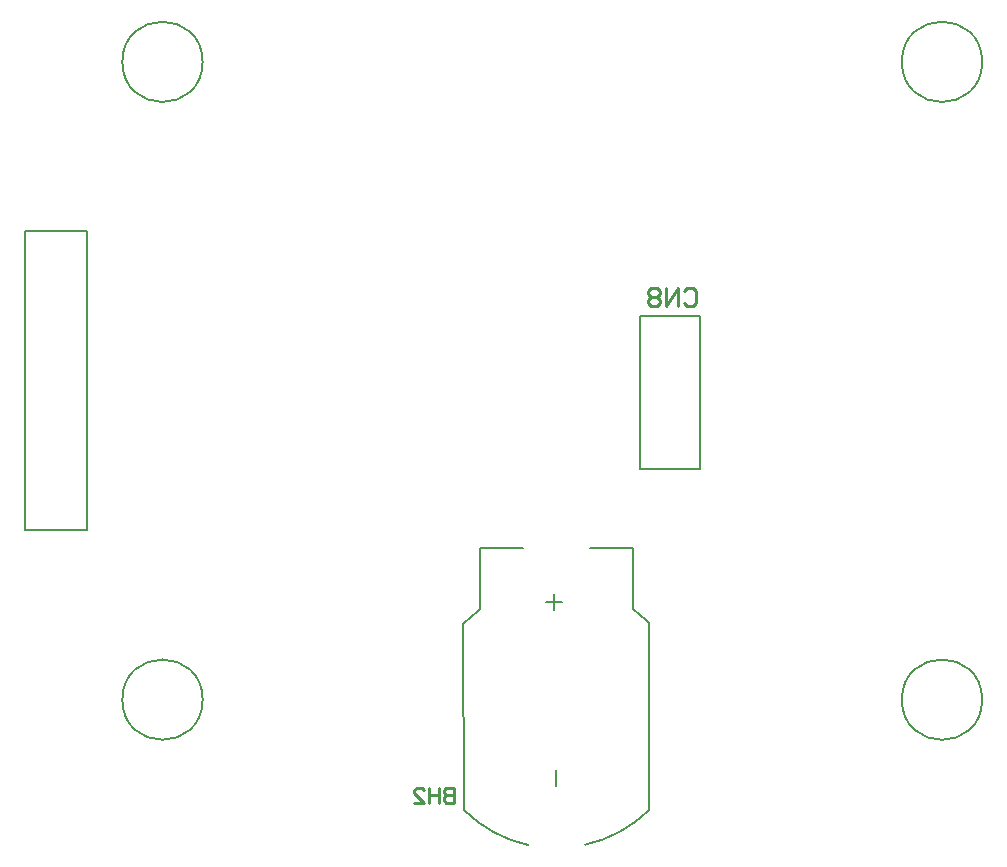
<source format=gbo>
G04*
G04 #@! TF.GenerationSoftware,Altium Limited,Altium Designer,20.2.4 (192)*
G04*
G04 Layer_Color=32896*
%FSLAX44Y44*%
%MOMM*%
G71*
G04*
G04 #@! TF.SameCoordinates,03AB348B-DD29-4870-A44B-8DF697E34D15*
G04*
G04*
G04 #@! TF.FilePolarity,Positive*
G04*
G01*
G75*
%ADD10C,0.2000*%
%ADD11C,0.2500*%
%ADD18C,0.2540*%
D10*
X405411Y56407D02*
G03*
X460064Y26795I78339J79343D01*
G01*
X562095Y215087D02*
G03*
X549032Y226141I-78345J-79337D01*
G01*
X418663Y226302D02*
G03*
X404893Y214607I65053J-90556D01*
G01*
X507597Y27138D02*
G03*
X562250Y56750I-23686J108955D01*
G01*
X844000Y690000D02*
G03*
X844000Y690000I-34000J0D01*
G01*
Y150000D02*
G03*
X844000Y150000I-34000J0D01*
G01*
X184000D02*
G03*
X184000Y150000I-34000J0D01*
G01*
Y690000D02*
G03*
X184000Y690000I-34000J0D01*
G01*
X404750Y214750D02*
X405250Y56750D01*
X562250D02*
Y214750D01*
X418750Y226750D02*
Y278500D01*
X548750Y226750D02*
Y278250D01*
X418750Y278500D02*
X455500D01*
X512000Y278250D02*
X548750D01*
X605200Y345300D02*
Y474800D01*
X554700D02*
X605200D01*
X554700Y345300D02*
X605200D01*
X554700D02*
Y474800D01*
X86250Y293250D02*
Y546750D01*
X33750Y293250D02*
X86250D01*
X33750Y546750D02*
X86250D01*
X33750D02*
X33750Y293250D01*
X483500Y77000D02*
Y90330D01*
X481665Y225749D02*
Y239079D01*
X488329Y232414D02*
X475000D01*
D11*
X396661Y75248D02*
Y62752D01*
X390413D01*
X388331Y64835D01*
Y66917D01*
X390413Y69000D01*
X396661D01*
X390413D01*
X388331Y71083D01*
Y73165D01*
X390413Y75248D01*
X396661D01*
X384165D02*
Y62752D01*
Y69000D01*
X375835D01*
Y75248D01*
Y62752D01*
X363339D02*
X371669D01*
X363339Y71083D01*
Y73165D01*
X365421Y75248D01*
X369587D01*
X371669Y73165D01*
D18*
X591657Y496328D02*
X594196Y498867D01*
X599274D01*
X601813Y496328D01*
Y486172D01*
X599274Y483633D01*
X594196D01*
X591657Y486172D01*
X586578Y483633D02*
Y498867D01*
X576422Y483633D01*
Y498867D01*
X571343Y496328D02*
X568804Y498867D01*
X563726D01*
X561187Y496328D01*
Y493789D01*
X563726Y491250D01*
X561187Y488711D01*
Y486172D01*
X563726Y483633D01*
X568804D01*
X571343Y486172D01*
Y488711D01*
X568804Y491250D01*
X571343Y493789D01*
Y496328D01*
X568804Y491250D02*
X563726D01*
M02*

</source>
